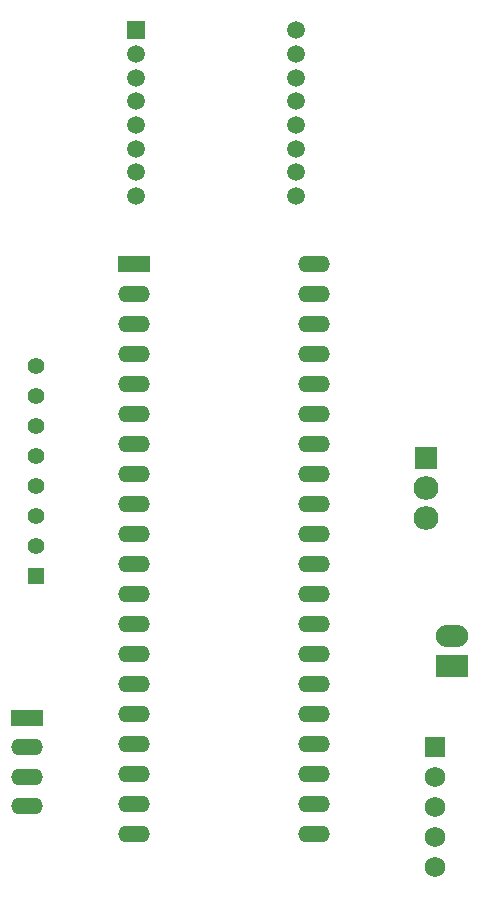
<source format=gbs>
G04*
G04 #@! TF.GenerationSoftware,Altium Limited,Altium Designer,21.3.2 (30)*
G04*
G04 Layer_Color=16711935*
%FSLAX44Y44*%
%MOMM*%
G71*
G04*
G04 #@! TF.SameCoordinates,1BCB905A-A0B2-44AB-9C87-BC35C0DBCD6E*
G04*
G04*
G04 #@! TF.FilePolarity,Negative*
G04*
G01*
G75*
%ADD24C,1.4032*%
%ADD25R,1.4032X1.4032*%
%ADD26C,1.5032*%
%ADD27R,1.5032X1.5032*%
%ADD28R,2.7032X1.4032*%
%ADD29O,2.7032X1.4032*%
%ADD30O,2.1082X1.9812*%
%ADD31R,1.9812X1.9812*%
%ADD32R,2.7432X1.8542*%
%ADD33O,2.7432X1.8542*%
%ADD34R,1.7272X1.7272*%
%ADD35C,1.7272*%
D24*
X1051560Y795020D02*
D03*
Y769620D02*
D03*
Y744220D02*
D03*
Y718820D02*
D03*
Y693420D02*
D03*
Y668020D02*
D03*
Y642620D02*
D03*
D25*
Y617220D02*
D03*
D26*
X1271270Y939490D02*
D03*
Y959490D02*
D03*
Y979490D02*
D03*
Y999490D02*
D03*
Y1019490D02*
D03*
Y1039490D02*
D03*
Y1059490D02*
D03*
Y1079490D02*
D03*
X1136270Y939490D02*
D03*
Y959490D02*
D03*
Y979490D02*
D03*
Y999490D02*
D03*
Y1019490D02*
D03*
Y1039490D02*
D03*
Y1059490D02*
D03*
D27*
Y1079490D02*
D03*
D28*
X1043940Y497440D02*
D03*
X1134110Y881380D02*
D03*
D29*
X1043940Y472440D02*
D03*
Y447440D02*
D03*
Y422440D02*
D03*
X1134110Y855980D02*
D03*
Y830580D02*
D03*
Y805180D02*
D03*
Y779780D02*
D03*
Y754380D02*
D03*
Y728980D02*
D03*
Y703580D02*
D03*
Y678180D02*
D03*
Y652780D02*
D03*
Y627380D02*
D03*
Y601980D02*
D03*
Y576580D02*
D03*
Y551180D02*
D03*
Y525780D02*
D03*
Y500380D02*
D03*
Y474980D02*
D03*
Y449580D02*
D03*
Y424180D02*
D03*
Y398780D02*
D03*
X1286510Y881380D02*
D03*
Y855980D02*
D03*
Y830580D02*
D03*
Y805180D02*
D03*
Y779780D02*
D03*
Y754380D02*
D03*
Y728980D02*
D03*
Y703580D02*
D03*
Y678180D02*
D03*
Y652780D02*
D03*
Y627380D02*
D03*
Y601980D02*
D03*
Y576580D02*
D03*
Y551180D02*
D03*
Y525780D02*
D03*
Y500380D02*
D03*
Y474980D02*
D03*
Y449580D02*
D03*
Y424180D02*
D03*
Y398780D02*
D03*
D30*
X1381760Y666750D02*
D03*
Y692150D02*
D03*
D31*
Y717550D02*
D03*
D32*
X1403350Y541020D02*
D03*
D33*
Y566420D02*
D03*
D34*
X1389380Y472440D02*
D03*
D35*
Y447040D02*
D03*
Y421640D02*
D03*
Y396240D02*
D03*
Y370840D02*
D03*
M02*

</source>
